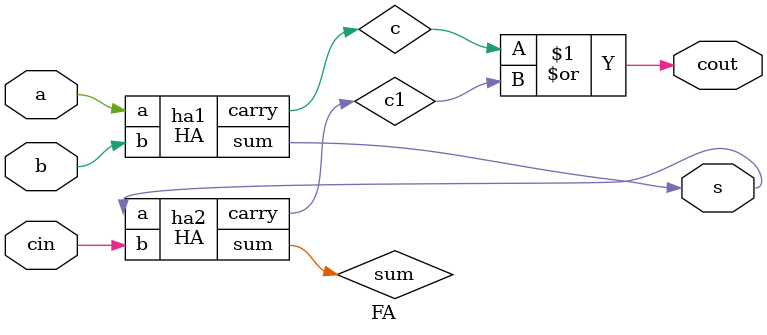
<source format=v>
module HA(input a,b,output sum,carry);
  assign sum=a^b;
  assign carry=a&b;
endmodule

module FA(input a,b,cin,output s,cout);
  wire c,c1,sum;
  HA ha1(a,b,s,c);
  HA ha2(s,cin,sum,c1);
  assign cout=c|c1;
 
endmodule

</source>
